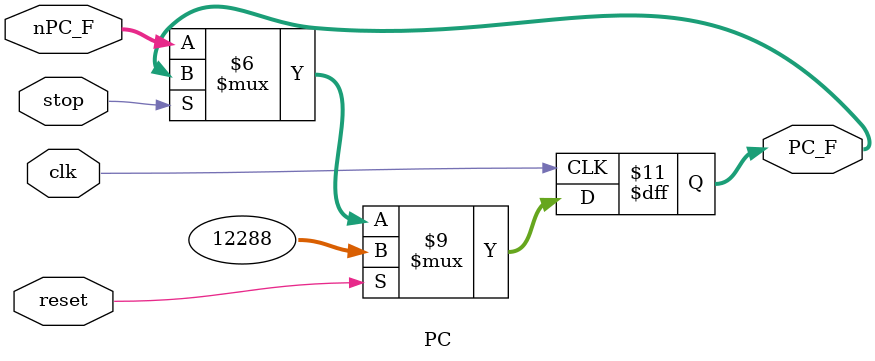
<source format=v>
`timescale      1ns/1ns
module PC(
input clk,
input reset,
input stop,
input [31:0] nPC_F,
output reg [31:0] PC_F
);

initial PC_F = 32'h0000_3000;

always@(posedge clk) begin
	if(reset == 1) begin
		PC_F <= 32'h0000_3000;
	end
	else begin
		if(stop == 1) PC_F <= PC_F;
		else PC_F <= nPC_F;
	end
end

endmodule
</source>
